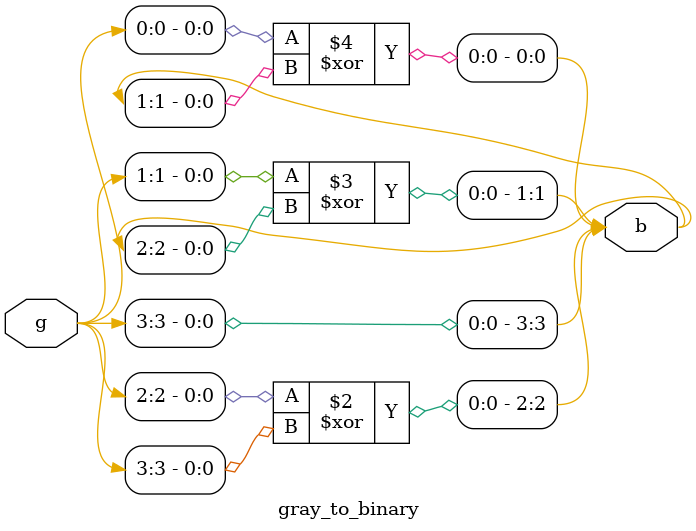
<source format=v>
module gray_to_binary(
	input [3:0]g,
	output reg [4:0]b
);

always @(*) begin 
	
	b[3] = g[3];
	b[2] = g[2] ^ b[3];
	b[1] = g[1] ^ b[2];
	b[0] = g[0] ^ b[1];

end 
endmodule 
</source>
